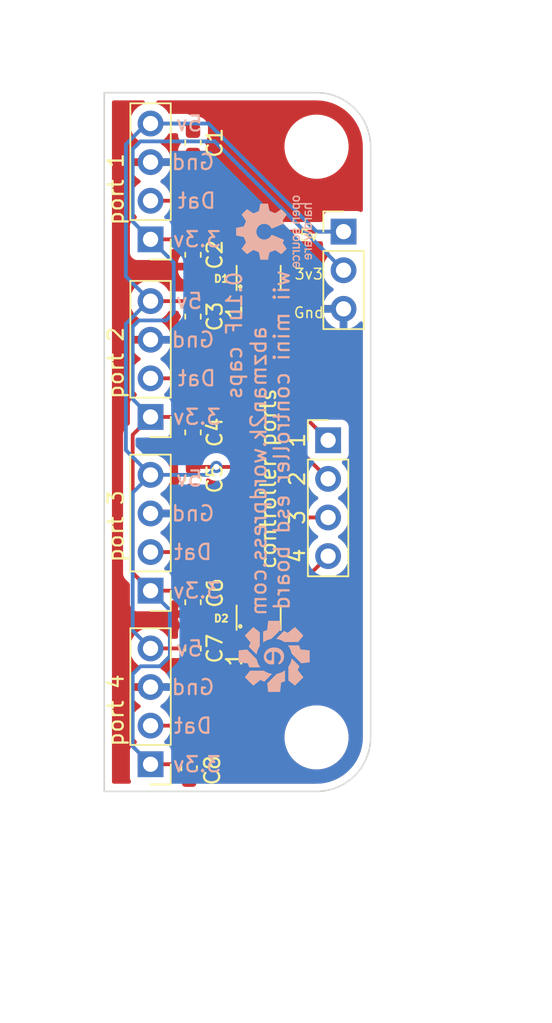
<source format=kicad_pcb>
(kicad_pcb (version 20221018) (generator pcbnew)
  (layers (0 "F.Cu" signal) (31 "B.Cu" signal) (34 "B.Paste" user) (35 "F.Paste" user) (36 "B.SilkS" user "B.Silkscreen") (37 "F.SilkS" user "F.Silkscreen") (38 "B.Mask" user) (39 "F.Mask" user) (44 "Edge.Cuts" user))
  (net 0 "")
  (net 1 "+5V")
  (net 2 "GND")
  (net 3 "+3V3")
  (net 4 "Net-(D1-Pad1)")
  (net 5 "Net-(D1-Pad4)")
  (net 6 "Net-(D2-Pad1)")
  (net 7 "Net-(D2-Pad4)")
  (footprint "Capacitor_SMD:C_0603_1608Metric" (layer "F.Cu") (at 104.902 80.772 -90)
    (fp_text reference "C3" (at 0 -1.43 90) (layer "F.SilkS"))
    (fp_text value "C")
    (pad "1" smd roundrect (at -0.775 0 270) (size 0.9 0.95) (layers "F.Cu" "F.Paste" "F.Mask") (net 1 "+5V"))
    (pad "2" smd roundrect (at 0.775 0 270) (size 0.9 0.95) (layers "F.Cu" "F.Paste" "F.Mask") (net 2 "GND"))
  )
  (footprint "Connector_PinHeader_2.54mm:PinHeader_1x04_P2.54mm_Vertical" (layer "F.Cu") (at 102.108 87.376 180)
    (fp_text reference "J3" hide)
    (fp_text value "port 2" (at 2.286 3.556 90) (layer "F.SilkS"))
    (pad "1" thru_hole rect (at 0 0 180) (size 1.7 1.7) (drill 1) (layers "*.Cu" "*.Mask") (net 3 "+3V3"))
    (pad "2" thru_hole oval (at 0 2.54 180) (size 1.7 1.7) (drill 1) (layers "*.Cu" "*.Mask") (net 4 "Net-(D1-Pad1)"))
    (pad "3" thru_hole oval (at 0 5.08 180) (size 1.7 1.7) (drill 1) (layers "*.Cu" "*.Mask") (net 2 "GND"))
    (pad "4" thru_hole oval (at 0 7.62 180) (size 1.7 1.7) (drill 1) (layers "*.Cu" "*.Mask") (net 1 "+5V"))
  )
  (footprint "Capacitor_SMD:C_0603_1608Metric" (layer "F.Cu") (at 104.902 99.568 -90)
    (fp_text reference "C6" (at -0.6096 -1.4478 90) (layer "F.SilkS"))
    (fp_text value "C")
    (pad "1" smd roundrect (at -0.775 0 270) (size 0.9 0.95) (layers "F.Cu" "F.Paste" "F.Mask") (net 3 "+3V3"))
    (pad "2" smd roundrect (at 0.775 0 270) (size 0.9 0.95) (layers "F.Cu" "F.Paste" "F.Mask") (net 2 "GND"))
  )
  (footprint "MountingHole:MountingHole_3.2mm_M3" (layer "F.Cu") (at 113.03 108.458)
    (fp_text reference "REF**" hide)
    (fp_text value "MountingHole_3.2mm_M3")
    (pad "" np_thru_hole circle (at 0 0) (size 3.2 3.2) (drill 3.2) (layers "*.Cu" "*.Mask"))
  )
  (footprint "Capacitor_SMD:C_0603_1608Metric" (layer "F.Cu") (at 104.648 110.49 90)
    (fp_text reference "C8" (at -0.14058 1.524 90) (layer "F.SilkS"))
    (fp_text value "C")
    (pad "1" smd roundrect (at -0.775 0 90) (size 0.9 0.95) (layers "F.Cu" "F.Paste" "F.Mask") (net 3 "+3V3"))
    (pad "2" smd roundrect (at 0.775 0 90) (size 0.9 0.95) (layers "F.Cu" "F.Paste" "F.Mask") (net 2 "GND"))
  )
  (footprint "Connector_PinHeader_2.54mm:PinHeader_1x04_P2.54mm_Vertical" (layer "F.Cu") (at 113.792 88.91)
    (fp_text reference "J6" hide)
    (fp_text value "controller ports" (at -3.937 2.53 90) (layer "F.SilkS"))
    (pad "1" thru_hole rect (at 0 0) (size 1.7 1.7) (drill 1) (layers "*.Cu" "*.Mask") (net 5 "Net-(D1-Pad4)"))
    (pad "2" thru_hole oval (at 0 2.54) (size 1.7 1.7) (drill 1) (layers "*.Cu" "*.Mask") (net 4 "Net-(D1-Pad1)"))
    (pad "3" thru_hole oval (at 0 5.08) (size 1.7 1.7) (drill 1) (layers "*.Cu" "*.Mask") (net 7 "Net-(D2-Pad4)"))
    (pad "4" thru_hole oval (at 0 7.62) (size 1.7 1.7) (drill 1) (layers "*.Cu" "*.Mask") (net 6 "Net-(D2-Pad1)"))
  )
  (footprint "MountingHole:MountingHole_3.2mm_M3" (layer "F.Cu") (at 113.03 69.596)
    (fp_text reference "REF**" hide)
    (fp_text value "MountingHole_3.2mm_M3")
    (pad "" np_thru_hole circle (at 0 0) (size 3.2 3.2) (drill 3.2) (layers "*.Cu" "*.Mask"))
  )
  (footprint "Capacitor_SMD:C_0603_1608Metric" (layer "F.Cu") (at 104.902 102.616 -90)
    (fp_text reference "C7" (at 0 -1.43 90) (layer "F.SilkS"))
    (fp_text value "C")
    (pad "1" smd roundrect (at -0.775 0 270) (size 0.9 0.95) (layers "F.Cu" "F.Paste" "F.Mask") (net 1 "+5V"))
    (pad "2" smd roundrect (at 0.775 0 270) (size 0.9 0.95) (layers "F.Cu" "F.Paste" "F.Mask") (net 2 "GND"))
  )
  (footprint "Capacitor_SMD:C_0603_1608Metric" (layer "F.Cu") (at 104.902 76.708 -90)
    (fp_text reference "C2" (at 0 -1.43 90) (layer "F.SilkS"))
    (fp_text value "C")
    (pad "1" smd roundrect (at -0.775 0 270) (size 0.9 0.95) (layers "F.Cu" "F.Paste" "F.Mask") (net 3 "+3V3"))
    (pad "2" smd roundrect (at 0.775 0 270) (size 0.9 0.95) (layers "F.Cu" "F.Paste" "F.Mask") (net 2 "GND"))
  )
  (footprint "Connector_PinHeader_2.54mm:PinHeader_1x04_P2.54mm_Vertical" (layer "F.Cu") (at 102.108 110.226 180)
    (fp_text reference "J1" hide)
    (fp_text value "port 4" (at 2.286 3.546 90) (layer "F.SilkS"))
    (pad "1" thru_hole rect (at 0 0 180) (size 1.7 1.7) (drill 1) (layers "*.Cu" "*.Mask") (net 3 "+3V3"))
    (pad "2" thru_hole oval (at 0 2.54 180) (size 1.7 1.7) (drill 1) (layers "*.Cu" "*.Mask") (net 6 "Net-(D2-Pad1)"))
    (pad "3" thru_hole oval (at 0 5.08 180) (size 1.7 1.7) (drill 1) (layers "*.Cu" "*.Mask") (net 2 "GND"))
    (pad "4" thru_hole oval (at 0 7.62 180) (size 1.7 1.7) (drill 1) (layers "*.Cu" "*.Mask") (net 1 "+5V"))
  )
  (footprint "Connector_PinHeader_2.54mm:PinHeader_1x03_P2.54mm_Vertical" (layer "F.Cu") (at 114.808 75.184)
    (fp_text reference "J5" hide)
    (fp_text value "power")
    (pad "1" thru_hole rect (at 0 0) (size 1.7 1.7) (drill 1) (layers "*.Cu" "*.Mask") (net 1 "+5V"))
    (pad "2" thru_hole oval (at 0 2.54) (size 1.7 1.7) (drill 1) (layers "*.Cu" "*.Mask") (net 3 "+3V3"))
    (pad "3" thru_hole oval (at 0 5.08) (size 1.7 1.7) (drill 1) (layers "*.Cu" "*.Mask") (net 2 "GND"))
  )
  (footprint "Connector_PinHeader_2.54mm:PinHeader_1x04_P2.54mm_Vertical" (layer "F.Cu") (at 102.108 98.806 180)
    (fp_text reference "J4" hide)
    (fp_text value "port 3" (at 2.286 4.2418 90) (layer "F.SilkS"))
    (pad "1" thru_hole rect (at 0 0 180) (size 1.7 1.7) (drill 1) (layers "*.Cu" "*.Mask") (net 3 "+3V3"))
    (pad "2" thru_hole oval (at 0 2.54 180) (size 1.7 1.7) (drill 1) (layers "*.Cu" "*.Mask") (net 7 "Net-(D2-Pad4)"))
    (pad "3" thru_hole oval (at 0 5.08 180) (size 1.7 1.7) (drill 1) (layers "*.Cu" "*.Mask") (net 2 "GND"))
    (pad "4" thru_hole oval (at 0 7.62 180) (size 1.7 1.7) (drill 1) (layers "*.Cu" "*.Mask") (net 1 "+5V"))
  )
  (footprint "Connector_PinHeader_2.54mm:PinHeader_1x04_P2.54mm_Vertical" (layer "F.Cu") (at 102.108 75.692 180)
    (fp_text reference "J2" hide)
    (fp_text value "port 1" (at 2.286 3.302 90) (layer "F.SilkS"))
    (pad "1" thru_hole rect (at 0 0 180) (size 1.7 1.7) (drill 1) (layers "*.Cu" "*.Mask") (net 3 "+3V3"))
    (pad "2" thru_hole oval (at 0 2.54 180) (size 1.7 1.7) (drill 1) (layers "*.Cu" "*.Mask") (net 5 "Net-(D1-Pad4)"))
    (pad "3" thru_hole oval (at 0 5.08 180) (size 1.7 1.7) (drill 1) (layers "*.Cu" "*.Mask") (net 2 "GND"))
    (pad "4" thru_hole oval (at 0 7.62 180) (size 1.7 1.7) (drill 1) (layers "*.Cu" "*.Mask") (net 1 "+5V"))
  )
  (footprint "Capacitor_SMD:C_0603_1608Metric" (layer "F.Cu") (at 104.902 91.44 -90)
    (fp_text reference "C5" (at 0 -1.43 90) (layer "F.SilkS"))
    (fp_text value "C")
    (pad "1" smd roundrect (at -0.775 0 270) (size 0.9 0.95) (layers "F.Cu" "F.Paste" "F.Mask") (net 1 "+5V"))
    (pad "2" smd roundrect (at 0.775 0 270) (size 0.9 0.95) (layers "F.Cu" "F.Paste" "F.Mask") (net 2 "GND"))
  )
  (footprint "Evan's misc parts:WE-TVS_SOT23-6L" (layer "F.Cu") (at 109.22 100.584)
    (fp_text reference "D2" (at -2.4568 0.051 180) (layer "F.SilkS") (effects (font (size 0.48 0.48))))
    (fp_text value "WE-TVS_824014")
    (pad "1" smd rect (at -0.95 1.25) (size 0.6 1.1) (layers "F.Cu" "F.Paste" "F.Mask") (net 6 "Net-(D2-Pad1)"))
    (pad "2" smd rect (at 0 1.25) (size 0.6 1.1) (layers "F.Cu" "F.Paste" "F.Mask") (net 2 "GND"))
    (pad "3" smd rect (at 0.95 1.25) (size 0.6 1.1) (layers "F.Cu" "F.Paste" "F.Mask") (net 6 "Net-(D2-Pad1)"))
    (pad "4" smd rect (at 0.95 -1.25) (size 0.6 1.1) (layers "F.Cu" "F.Paste" "F.Mask") (net 7 "Net-(D2-Pad4)"))
    (pad "5" smd rect (at 0 -1.25) (size 0.6 1.1) (layers "F.Cu" "F.Paste" "F.Mask") (net 1 "+5V"))
    (pad "6" smd rect (at -0.95 -1.25) (size 0.6 1.1) (layers "F.Cu" "F.Paste" "F.Mask") (net 7 "Net-(D2-Pad4)"))
  )
  (footprint "Capacitor_SMD:C_0603_1608Metric" (layer "F.Cu") (at 104.902 88.392 -90)
    (fp_text reference "C4" (at 0 -1.43 90) (layer "F.SilkS"))
    (fp_text value "C")
    (pad "1" smd roundrect (at -0.775 0 270) (size 0.9 0.95) (layers "F.Cu" "F.Paste" "F.Mask") (net 3 "+3V3"))
    (pad "2" smd roundrect (at 0.775 0 270) (size 0.9 0.95) (layers "F.Cu" "F.Paste" "F.Mask") (net 2 "GND"))
  )
  (footprint "Evan's misc parts:WE-TVS_SOT23-6L" (layer "F.Cu") (at 109.22 78.232)
    (fp_text reference "D1" (at -2.4568 0.051 180) (layer "F.SilkS") (effects (font (size 0.48 0.48))))
    (fp_text value "WE-TVS_824014")
    (pad "1" smd rect (at -0.95 1.25) (size 0.6 1.1) (layers "F.Cu" "F.Paste" "F.Mask") (net 4 "Net-(D1-Pad1)"))
    (pad "2" smd rect (at 0 1.25) (size 0.6 1.1) (layers "F.Cu" "F.Paste" "F.Mask") (net 2 "GND"))
    (pad "3" smd rect (at 0.95 1.25) (size 0.6 1.1) (layers "F.Cu" "F.Paste" "F.Mask") (net 4 "Net-(D1-Pad1)"))
    (pad "4" smd rect (at 0.95 -1.25) (size 0.6 1.1) (layers "F.Cu" "F.Paste" "F.Mask") (net 5 "Net-(D1-Pad4)"))
    (pad "5" smd rect (at 0 -1.25) (size 0.6 1.1) (layers "F.Cu" "F.Paste" "F.Mask") (net 1 "+5V"))
    (pad "6" smd rect (at -0.95 -1.25) (size 0.6 1.1) (layers "F.Cu" "F.Paste" "F.Mask") (net 5 "Net-(D1-Pad4)"))
  )
  (footprint "Capacitor_SMD:C_0603_1608Metric" (layer "F.Cu") (at 104.902 69.342 -90)
    (fp_text reference "C1" (at 0 -1.43 90) (layer "F.SilkS"))
    (fp_text value "C")
    (pad "1" smd roundrect (at -0.775 0 270) (size 0.9 0.95) (layers "F.Cu" "F.Paste" "F.Mask") (net 1 "+5V"))
    (pad "2" smd roundrect (at 0.775 0 270) (size 0.9 0.95) (layers "F.Cu" "F.Paste" "F.Mask") (net 2 "GND"))
  )
  (footprint "Evan's misc parts:OSHW gear" (layer "B.Cu") (at 110.236 75.184 -90)
    (fp_text reference "G***" hide)
    (fp_text value "LOGO" hide)
  )
  (footprint "Evan's misc parts:Evan Logo" (layer "B.Cu") (at 110.236 103.124 -90)
    (fp_text reference "G***" hide)
    (fp_text value "LOGO" hide)
  )
  (gr_line (start 116.586 108.458) (end 116.586 69.596) (stroke (width 0.1)) (layer "Edge.Cuts"))
  (gr_arc (start 113.03 66.04) (mid 115.544472 67.081528) (end 116.586 69.596) (stroke (width 0.1)) (layer "Edge.Cuts"))
  (gr_line (start 99.06 66.04) (end 99.06 111.252) (stroke (width 0.1)) (layer "Edge.Cuts"))
  (gr_line (start 100.33 112.014) (end 99.06 112.014) (stroke (width 0.1)) (layer "Edge.Cuts"))
  (gr_line (start 113.03 112.014) (end 100.33 112.014) (stroke (width 0.1)) (layer "Edge.Cuts"))
  (gr_arc (start 116.586 108.458) (mid 115.544472 110.972472) (end 113.03 112.014) (stroke (width 0.1)) (layer "Edge.Cuts"))
  (gr_line (start 113.03 66.04) (end 100.33 66.04) (stroke (width 0.1)) (layer "Edge.Cuts"))
  (gr_line (start 99.06 112.014) (end 99.06 111.252) (stroke (width 0.1)) (layer "Edge.Cuts"))
  (gr_line (start 100.33 66.04) (end 99.06 66.04) (stroke (width 0.1)) (layer "Edge.Cuts"))
  (gr_text "Dat" (at 104.902 96.266) (layer "B.SilkS") (effects (font (size 1 1)) (justify mirror)))
  (gr_text "Gnd" (at 104.902 82.296) (layer "B.SilkS") (effects (font (size 1 1)) (justify mirror)))
  (gr_text "wii mini controller esd board" (at 110.744 88.9 90) (layer "B.SilkS") (effects (font (size 1 1)) (justify mirror)))
  (gr_text "5v" (at 104.648 79.756) (layer "B.SilkS") (effects (font (size 1 1)) (justify mirror)))
  (gr_text "0.1uF caps" (at 108.204 77.724 90) (layer "B.SilkS") (effects (font (size 1 1)) (justify left bottom mirror)))
  (gr_text "Gnd" (at 104.902 93.726) (layer "B.SilkS") (effects (font (size 1 1)) (justify mirror)))
  (gr_text "3.3v" (at 105.156 98.806) (layer "B.SilkS") (effects (font (size 1 1)) (justify mirror)))
  (gr_text "Gnd" (at 104.902 70.612) (layer "B.SilkS") (effects (font (size 1 1)) (justify mirror)))
  (gr_text "Dat" (at 105.156 84.836) (layer "B.SilkS") (effects (font (size 1 1)) (justify mirror)))
  (gr_text "abzman2k.wordpress.com" (at 109.22 90.932 90) (layer "B.SilkS") (effects (font (size 1 1)) (justify mirror)))
  (gr_text "5v" (at 104.648 91.44) (layer "B.SilkS") (effects (font (size 1 1)) (justify mirror)))
  (gr_text "Dat" (at 105.156 73.152) (layer "B.SilkS") (effects (font (size 1 1)) (justify mirror)))
  (gr_text "Dat" (at 104.902 107.696) (layer "B.SilkS") (effects (font (size 1 1)) (justify mirror)))
  (gr_text "5v" (at 104.648 68.072) (layer "B.SilkS") (effects (font (size 1 1)) (justify mirror)))
  (gr_text "3.3v" (at 105.156 87.376) (layer "B.SilkS") (effects (font (size 1 1)) (justify mirror)))
  (gr_text "3.3v" (at 105.156 110.236) (layer "B.SilkS") (effects (font (size 1 1)) (justify mirror)))
  (gr_text "Gnd" (at 104.902 105.156) (layer "B.SilkS") (effects (font (size 1 1)) (justify mirror)))
  (gr_text "3.3v" (at 105.156 75.692) (layer "B.SilkS") (effects (font (size 1 1)) (justify mirror)))
  (gr_text "5v" (at 104.648 102.616) (layer "B.SilkS") (effects (font (size 1 1)) (justify mirror)))
  (gr_text "1" (at 108.204 81.026 90) (layer "F.SilkS") (effects (font (size 1 1)) (justify left bottom)))
  (gr_text "3" (at 111.76 93.98 90) (layer "F.SilkS") (effects (font (size 1 1))))
  (gr_text "Gnd" (at 112.522 80.518) (layer "F.SilkS") (effects (font (size 0.7 0.7) (thickness 0.1))))
  (gr_text "4" (at 111.76 96.52 90) (layer "F.SilkS") (effects (font (size 1 1))))
  (gr_text "3v3" (at 112.522 77.978) (layer "F.SilkS") (effects (font (size 0.7 0.7) (thickness 0.1))))
  (gr_text "2" (at 111.76 91.44 90) (layer "F.SilkS") (effects (font (size 1 1))))
  (gr_text "1" (at 108.204 103.886 90) (layer "F.SilkS") (effects (font (size 1 1)) (justify left bottom)))
  (gr_text "5v" (at 112.522 75.438) (layer "F.SilkS") (effects (font (size 0.7 0.7) (thickness 0.1))))
  (gr_text "1" (at 111.76 88.91 90) (layer "F.SilkS") (effects (font (size 1 1))))
  (segment (start 102.108 68.072) (end 104.407 68.072) (width 0.25) (layer "F.Cu") (net 1))
  (segment (start 109.22 76.182) (end 110.218 75.184) (width 0.25) (layer "F.Cu") (net 1))
  (segment (start 107.937 90.665) (end 106.439 90.665) (width 0.25) (layer "F.Cu") (net 1))
  (segment (start 104.407 68.072) (end 104.902 68.567) (width 0.25) (layer "F.Cu") (net 1))
  (segment (start 109.22 76.982) (end 109.22 76.182) (width 0.25) (layer "F.Cu") (net 1))
  (segment (start 104.137 102.606) (end 104.902 101.841) (width 0.25) (layer "F.Cu") (net 1))
  (segment (start 109.22 91.948) (end 107.937 90.665) (width 0.25) (layer "F.Cu") (net 1))
  (segment (start 102.108 79.756) (end 104.661 79.756) (width 0.25) (layer "F.Cu") (net 1))
  (segment (start 109.22 99.334) (end 109.22 91.948) (width 0.25) (layer "F.Cu") (net 1))
  (segment (start 102.108 102.606) (end 104.137 102.606) (width 0.25) (layer "F.Cu") (net 1))
  (segment (start 110.218 75.184) (end 114.808 75.184) (width 0.25) (layer "F.Cu") (net 1))
  (segment (start 104.661 79.756) (end 104.902 79.997) (width 0.25) (layer "F.Cu") (net 1))
  (segment (start 106.439 90.665) (end 104.902 90.665) (width 0.25) (layer "F.Cu") (net 1))
  (via (at 106.439 90.665) (size 0.8) (drill 0.4) (layers "F.Cu" "B.Cu") (net 1))
  (segment (start 113.03 75.184) (end 105.918 68.072) (width 0.25) (layer "B.Cu") (net 1))
  (segment (start 100.933489 92.360511) (end 102.108 91.186) (width 0.25) (layer "B.Cu") (net 1))
  (segment (start 102.108 91.186) (end 100.483969 89.561969) (width 0.25) (layer "B.Cu") (net 1))
  (segment (start 114.808 75.184) (end 113.03 75.184) (width 0.25) (layer "B.Cu") (net 1))
  (segment (start 100.483969 89.561969) (end 100.483969 81.252313) (width 0.25) (layer "B.Cu") (net 1))
  (segment (start 102.108 91.186) (end 105.918 91.186) (width 0.25) (layer "B.Cu") (net 1))
  (segment (start 102.108 102.606) (end 100.933489 101.431489) (width 0.25) (layer "B.Cu") (net 1))
  (segment (start 100.483969 81.252313) (end 101.980282 79.756) (width 0.25) (layer "B.Cu") (net 1))
  (segment (start 101.980282 79.756) (end 102.108 79.756) (width 0.25) (layer "B.Cu") (net 1))
  (segment (start 102.108 79.756) (end 100.483969 78.131969) (width 0.25) (layer "B.Cu") (net 1))
  (segment (start 101.854 68.072) (end 102.108 68.072) (width 0.25) (layer "B.Cu") (net 1))
  (segment (start 100.483969 69.442031) (end 101.854 68.072) (width 0.25) (layer "B.Cu") (net 1))
  (segment (start 100.483969 78.131969) (end 100.483969 69.442031) (width 0.25) (layer "B.Cu") (net 1))
  (segment (start 100.933489 101.431489) (end 100.933489 92.360511) (width 0.25) (layer "B.Cu") (net 1))
  (segment (start 105.918 91.186) (end 106.439 90.665) (width 0.25) (layer "B.Cu") (net 1))
  (segment (start 105.918 68.072) (end 102.108 68.072) (width 0.25) (layer "B.Cu") (net 1))
  (segment (start 102.108 98.806) (end 104.889 98.806) (width 0.25) (layer "F.Cu") (net 3))
  (segment (start 104.661 75.692) (end 104.902 75.933) (width 0.25) (layer "F.Cu") (net 3))
  (segment (start 104.889 98.806) (end 104.902 98.793) (width 0.25) (layer "F.Cu") (net 3))
  (segment (start 102.108 75.692) (end 104.661 75.692) (width 0.25) (layer "F.Cu") (net 3))
  (segment (start 102.108 98.806) (end 100.933489 97.631489) (width 0.25) (layer "F.Cu") (net 3))
  (segment (start 100.933489 97.631489) (end 100.933489 88.550511) (width 0.25) (layer "F.Cu") (net 3))
  (segment (start 102.108 110.226) (end 103.609 110.226) (width 0.25) (layer "F.Cu") (net 3))
  (segment (start 102.108 87.376) (end 104.661 87.376) (width 0.25) (layer "F.Cu") (net 3))
  (segment (start 104.661 87.376) (end 104.902 87.617) (width 0.25) (layer "F.Cu") (net 3))
  (segment (start 103.609 110.226) (end 104.648 111.265) (width 0.25) (layer "F.Cu") (net 3))
  (segment (start 100.933489 88.550511) (end 102.108 87.376) (width 0.25) (layer "F.Cu") (net 3))
  (segment (start 102.721489 103.780511) (end 103.378 103.124) (width 0.25) (layer "B.Cu") (net 3))
  (segment (start 114.808 77.724) (end 106.330511 69.246511) (width 0.25) (layer "B.Cu") (net 3))
  (segment (start 103.378 103.124) (end 103.378 100.076) (width 0.25) (layer "B.Cu") (net 3))
  (segment (start 100.933489 69.754511) (end 100.933489 74.517489) (width 0.25) (layer "B.Cu") (net 3))
  (segment (start 103.378 100.076) (end 102.108 98.806) (width 0.25) (layer "B.Cu") (net 3))
  (segment (start 101.346 81.026) (end 103.124 81.026) (width 0.25) (layer "B.Cu") (net 3))
  (segment (start 102.108 110.226) (end 100.933489 109.051489) (width 0.25) (layer "B.Cu") (net 3))
  (segment (start 100.933489 81.438511) (end 101.346 81.026) (width 0.25) (layer "B.Cu") (net 3))
  (segment (start 100.933489 74.517489) (end 102.108 75.692) (width 0.25) (layer "B.Cu") (net 3))
  (segment (start 100.933489 104.298511) (end 101.451489 103.780511) (width 0.25) (layer "B.Cu") (net 3))
  (segment (start 106.330511 69.246511) (end 101.441489 69.246511) (width 0.25) (layer "B.Cu") (net 3))
  (segment (start 103.124 81.026) (end 103.632 80.518) (width 0.25) (layer "B.Cu") (net 3))
  (segment (start 103.632 77.216) (end 102.108 75.692) (width 0.25) (layer "B.Cu") (net 3))
  (segment (start 101.441489 69.246511) (end 100.933489 69.754511) (width 0.25) (layer "B.Cu") (net 3))
  (segment (start 100.933489 109.051489) (end 100.933489 104.298511) (width 0.25) (layer "B.Cu") (net 3))
  (segment (start 103.632 80.518) (end 103.632 77.216) (width 0.25) (layer "B.Cu") (net 3))
  (segment (start 101.451489 103.780511) (end 102.721489 103.780511) (width 0.25) (layer "B.Cu") (net 3))
  (segment (start 100.933489 86.201489) (end 100.933489 81.438511) (width 0.25) (layer "B.Cu") (net 3))
  (segment (start 102.108 87.376) (end 100.933489 86.201489) (width 0.25) (layer "B.Cu") (net 3))
  (segment (start 110.17 78.932978) (end 110.17 79.482) (width 0.25) (layer "F.Cu") (net 4))
  (segment (start 113.792 91.45) (end 110.17 87.828) (width 0.25) (layer "F.Cu") (net 4))
  (segment (start 108.27 78.932978) (end 108.595489 78.607489) (width 0.25) (layer "F.Cu") (net 4))
  (segment (start 108.595489 78.607489) (end 109.844511 78.607489) (width 0.25) (layer "F.Cu") (net 4))
  (segment (start 108.27 81.468) (end 108.27 79.482) (width 0.25) (layer "F.Cu") (net 4))
  (segment (start 108.27 79.482) (end 108.27 78.932978) (width 0.25) (layer "F.Cu") (net 4))
  (segment (start 102.108 84.836) (end 104.902 84.836) (width 0.25) (layer "F.Cu") (net 4))
  (segment (start 110.17 87.828) (end 110.17 79.482) (width 0.25) (layer "F.Cu") (net 4))
  (segment (start 109.844511 78.607489) (end 110.17 78.932978) (width 0.25) (layer "F.Cu") (net 4))
  (segment (start 104.902 84.836) (end 108.27 81.468) (width 0.25) (layer "F.Cu") (net 4))
  (segment (start 111.018 76.982) (end 110.17 76.982) (width 0.25) (layer "F.Cu") (net 5))
  (segment (start 110.17 77.531022) (end 110.17 76.982) (width 0.25) (layer "F.Cu") (net 5))
  (segment (start 104.44 73.152) (end 102.108 73.152) (width 0.25) (layer "F.Cu") (net 5))
  (segment (start 111.76 86.878) (end 111.76 77.724) (width 0.25) (layer "F.Cu") (net 5))
  (segment (start 108.27 77.398511) (end 108.27 76.982) (width 0.25) (layer "F.Cu") (net 5))
  (segment (start 109.844511 77.856511) (end 110.17 77.531022) (width 0.25) (layer "F.Cu") (net 5))
  (segment (start 109.087489 77.856511) (end 109.844511 77.856511) (width 0.25) (layer "F.Cu") (net 5))
  (segment (start 113.792 88.91) (end 111.76 86.878) (width 0.25) (layer "F.Cu") (net 5))
  (segment (start 109.087489 77.856511) (end 108.728 77.856511) (width 0.25) (layer "F.Cu") (net 5))
  (segment (start 111.76 77.724) (end 111.018 76.982) (width 0.25) (layer "F.Cu") (net 5))
  (segment (start 108.728 77.856511) (end 108.27 77.398511) (width 0.25) (layer "F.Cu") (net 5))
  (segment (start 108.27 76.982) (end 104.44 73.152) (width 0.25) (layer "F.Cu") (net 5))
  (segment (start 112.014 98.308) (end 112.014 99.99) (width 0.25) (layer "F.Cu") (net 6))
  (segment (start 108.27 101.834) (end 108.27 101.284978) (width 0.25) (layer "F.Cu") (net 6))
  (segment (start 109.844511 100.959489) (end 110.17 101.284978) (width 0.25) (layer "F.Cu") (net 6))
  (segment (start 108.595489 100.959489) (end 109.844511 100.959489) (width 0.25) (layer "F.Cu") (net 6))
  (segment (start 113.792 96.53) (end 112.014 98.308) (width 0.25) (layer "F.Cu") (net 6))
  (segment (start 108.27 101.284978) (end 108.595489 100.959489) (width 0.25) (layer "F.Cu") (net 6))
  (segment (start 112.014 99.99) (end 110.17 101.834) (width 0.25) (layer "F.Cu") (net 6))
  (segment (start 110.17 101.284978) (end 110.17 101.834) (width 0.25) (layer "F.Cu") (net 6))
  (segment (start 102.108 107.686) (end 106.182 107.686) (width 0.25) (layer "F.Cu") (net 6))
  (segment (start 106.182 107.686) (end 108.27 105.598) (width 0.25) (layer "F.Cu") (net 6))
  (segment (start 108.27 105.598) (end 108.27 101.834) (width 0.25) (layer "F.Cu") (net 6))
  (segment (start 108.27 99.334) (end 108.27 99.883022) (width 0.25) (layer "F.Cu") (net 7))
  (segment (start 109.844511 100.208511) (end 110.17 99.883022) (width 0.25) (layer "F.Cu") (net 7))
  (segment (start 110.17 96.332) (end 112.512 93.99) (width 0.25) (layer "F.Cu") (net 7))
  (segment (start 108.595489 100.208511) (end 109.844511 100.208511) (width 0.25) (layer "F.Cu") (net 7))
  (segment (start 106.426 96.266) (end 102.108 96.266) (width 0.25) (layer "F.Cu") (net 7))
  (segment (start 110.17 99.883022) (end 110.17 99.334) (width 0.25) (layer "F.Cu") (net 7))
  (segment (start 108.27 99.883022) (end 108.595489 100.208511) (width 0.25) (layer "F.Cu") (net 7))
  (segment (start 108.27 99.334) (end 108.27 98.11) (width 0.25) (layer "F.Cu") (net 7))
  (segment (start 110.17 99.334) (end 110.17 96.332) (width 0.25) (layer "F.Cu") (net 7))
  (segment (start 108.27 98.11) (end 106.426 96.266) (width 0.25) (layer "F.Cu") (net 7))
  (segment (start 112.512 93.99) (end 113.792 93.99) (width 0.25) (layer "F.Cu") (net 7))
  (zone (net 2) (net_name "GND") (layers "F&B.Cu") (connect_pads (clearance 0.508)) (min_thickness 0.254) (fill yes (thermal_gap 0.508) (thermal_bridge_width 0.508))
    (polygon (pts (xy 128.524 61.214) (xy 124.46 127.254) (xy 92.456 122.428) (xy 92.202 59.944)))
  )
)
</source>
